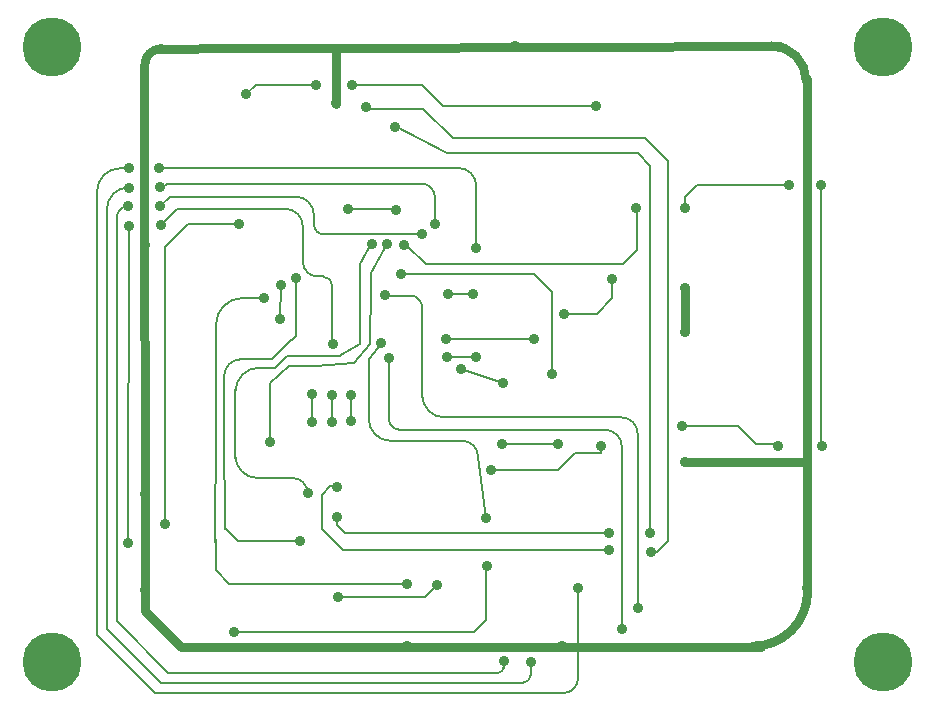
<source format=gbr>
G04 start of page 3 for group 1 idx 1 *
G04 Title: (unknown), ground *
G04 Creator: pcb 20140316 *
G04 CreationDate: Wed Jul  8 15:06:37 2015 UTC *
G04 For: frankenteddy *
G04 Format: Gerber/RS-274X *
G04 PCB-Dimensions (mil): 3270.00 2515.00 *
G04 PCB-Coordinate-Origin: lower left *
%MOIN*%
%FSLAX25Y25*%
%LNGROUP1*%
%ADD34C,0.1575*%
%ADD33C,0.0150*%
%ADD32C,0.1968*%
%ADD31C,0.0350*%
%ADD30C,0.0070*%
%ADD29C,0.0300*%
G54D29*X272700Y218800D02*Y46500D01*
G54D30*X277300Y183300D02*Y96600D01*
X277600Y96300D01*
G54D29*X115700Y210400D02*Y224500D01*
X120900Y228900D02*X263700Y229700D01*
G54D30*X202300Y209700D02*X151400D01*
X144400Y216700D01*
X121000D01*
X120900Y216600D01*
X152700Y193900D02*X216300D01*
X154600Y199000D02*X218900D01*
X216300Y193900D02*X220500Y189700D01*
X218900Y199000D02*X225400Y192500D01*
X226400Y191500D02*X224850Y193050D01*
X236200Y183200D02*X266700D01*
X266900Y183400D01*
X135500Y202900D02*X152700Y193900D01*
X125600Y208800D02*X144800D01*
X154600Y199000D01*
G54D29*X232000Y91000D02*X272700Y91100D01*
G54D30*X231000Y103000D02*X249700D01*
X255600Y97100D01*
X262800D01*
X262900Y97000D01*
X189600Y88200D02*X195400Y94000D01*
X204200D01*
Y96300D01*
X216400Y42500D02*X216300Y100400D01*
X211000Y96200D02*Y35500D01*
X220500Y67500D02*X220600Y67400D01*
X220300Y61100D02*X222700D01*
X226400Y64800D01*
X196400Y49200D02*Y18500D01*
X187600Y120300D02*Y147700D01*
X181700Y153600D01*
Y132100D02*X181800Y132200D01*
X206800Y61600D02*X207000Y61800D01*
X134000Y98100D02*X158100Y98000D01*
X189700Y97100D02*X171100D01*
X118100Y61600D02*X206800D01*
X116500Y45900D02*X145300D01*
X149500Y50100D01*
X165900Y57800D02*Y38500D01*
X161700Y34300D01*
X163000Y92800D02*X165900Y72200D01*
X167300Y88200D02*X189600D01*
X220500Y189700D02*Y67500D01*
X226400Y64800D02*Y191500D01*
X181700Y153600D02*X137500D01*
X138400Y163500D02*X139200D01*
X145600Y157100D01*
X187000D01*
X152400Y132100D02*X181700D01*
X186800Y157100D02*X211500D01*
X216100Y161700D01*
Y175200D01*
X215600Y175700D01*
X232200Y175600D02*Y179200D01*
X236200Y183200D01*
X191900Y140400D02*X202600D01*
X207900Y145700D01*
Y153400D01*
G54D29*X82000Y228900D02*X57300Y228700D01*
G54D30*X57500Y169900D02*Y170000D01*
X62900Y175400D01*
X57200Y176200D02*Y176400D01*
X60300Y179500D01*
X57000Y182700D02*X58200D01*
X59300Y183800D01*
X66300Y170300D02*X82800D01*
X123800Y130300D02*X116900Y126200D01*
X144500Y142700D02*Y112700D01*
X127048Y130252D02*X121600Y123908D01*
X131000Y130600D02*X126600Y125300D01*
X121500Y123900D02*X109000Y122900D01*
X117200Y126200D02*X107300D01*
Y126400D02*X107500Y126200D01*
X123800Y150000D02*Y151400D01*
X101200Y131900D02*X94500Y125200D01*
X114500Y129500D02*Y150200D01*
X102400Y133100D02*X101100Y131800D01*
X101900Y126400D02*X107300D01*
X102000D02*X99300D01*
X95400Y122500D01*
X105700Y122900D02*X109000D01*
X107800Y113800D02*Y104200D01*
X144200Y153600D02*X137800D01*
X111800Y152900D02*X109000D01*
X104700Y157400D02*Y169400D01*
X108400Y169600D02*Y173700D01*
X46800Y188900D02*X43600D01*
X144500Y183800D02*X59400D01*
X99500Y175400D02*X62800D01*
X103000Y179500D02*X60300D01*
G54D29*X82400Y228900D02*X121000D01*
X115700Y224000D02*Y228800D01*
X115600Y228900D01*
G54D30*X58700Y162700D02*X66300Y170300D01*
X109100Y216800D02*X89100D01*
X85900Y213600D01*
X152650Y125850D02*X162750D01*
X161500Y147100D02*X153000Y147000D01*
X132900Y146500D02*X140700D01*
X133400Y125800D02*Y109514D01*
Y105300D01*
X126600Y125300D02*Y105400D01*
X157000Y189000D02*X56500D01*
X127300Y149400D02*X127187Y130413D01*
X123800Y150200D02*X123863Y130337D01*
X97500Y150100D02*X97000Y138600D01*
X102400Y152200D02*Y133100D01*
X91600Y145700D02*X84100D01*
X94500Y125200D02*X83400D01*
X95400Y122500D02*X89300D01*
G54D29*X52000Y42500D02*Y41500D01*
G54D30*X59900Y20700D02*X42700Y37900D01*
Y42800D01*
X42800Y42900D01*
X39400Y35400D02*X57400Y17400D01*
X36100Y33300D02*X55400Y14000D01*
X36150Y181750D02*X36100Y34200D01*
X42700Y172600D02*X42800Y42200D01*
X46600Y169700D02*X46300Y64000D01*
X39400Y175400D02*Y37900D01*
Y38100D02*Y35400D01*
X36100Y34300D02*Y33300D01*
G54D29*X51900Y223000D02*X52100Y41700D01*
G54D30*X75700Y137300D02*Y102000D01*
X78500Y120300D02*Y101700D01*
X58700Y70400D02*Y162700D01*
G54D29*X52000Y41500D02*X64000Y29500D01*
G54D30*X78500Y101700D02*X78900Y68700D01*
X80200Y50400D02*X75600Y55000D01*
Y65100D01*
X75504Y65196D01*
X93900Y97800D02*Y99400D01*
X116100Y82900D02*X113900D01*
X111100Y80100D01*
Y68600D01*
X139200Y50400D02*X80200D01*
X111100Y68600D02*X118100Y61600D01*
X103700Y64600D02*X83138D01*
X78838Y68900D01*
X161700Y34300D02*X81700D01*
X81600Y34200D01*
G54D29*X257500Y29500D02*X64000D01*
G54D30*X236500Y30000D02*X236000Y29500D01*
X55400Y14000D02*X191800D01*
X57300Y17400D02*X178100D01*
X169800Y20700D02*X59900D01*
X171600Y24400D02*Y22400D01*
X180800Y24400D02*Y20200D01*
X180700Y20100D01*
G54D29*X232000Y149000D02*Y134500D01*
G54D30*X151200Y105900D02*X210900D01*
X157450Y121950D02*X171500Y117500D01*
X136600Y101800D02*X205200D01*
X206600Y67300D02*X118700D01*
X162500Y162200D02*Y183500D01*
X148700Y170500D02*Y179200D01*
X119600Y175500D02*X135400D01*
X135800Y175100D01*
X123800Y151300D02*Y157100D01*
X127600Y164400D01*
X127299Y149300D02*Y154099D01*
X132800Y163700D01*
X111600Y166900D02*X144400D01*
X82200Y115400D02*Y92500D01*
X75700Y102700D02*X75500Y64500D01*
X105600Y122900D02*X100000D01*
X120700Y113400D02*Y104700D01*
X114400Y113500D02*Y104300D01*
X114500Y104200D01*
X100000Y122900D02*X93800Y117200D01*
Y98200D01*
X93900Y98100D01*
X101000Y85700D02*X89000D01*
X118700Y67300D02*X116100Y69900D01*
Y72800D01*
X116200Y72900D01*
X84700Y145700D02*G75*G03X75700Y136700I0J-9000D01*G01*
X90300Y122500D02*G75*G03X82200Y114400I0J-8100D01*G01*
X83900Y125200D02*G75*G03X78500Y119800I0J-5400D01*G01*
X82200Y93000D02*G75*G03X89500Y85700I7300J0D01*G01*
X144500Y113200D02*G75*G03X151800Y105900I7300J0D01*G01*
X210900D02*G75*G02X216300Y100500I0J-5400D01*G01*
X171600Y22700D02*G75*G02X169600Y20700I-2000J0D01*G01*
X136900Y101800D02*G75*G02X133400Y105300I0J3500D01*G01*
X211000Y96100D02*G75*G03X205300Y101800I-5700J0D01*G01*
X157700Y98100D02*G75*G02X163100Y92700I0J-5400D01*G01*
G54D29*X272900Y47700D02*G75*G02X254800Y29600I-18100J0D01*G01*
G54D30*X196400Y18800D02*G75*G02X191600Y14000I-4800J0D01*G01*
X180700Y20200D02*G75*G02X177900Y17400I-2800J0D01*G01*
X106300Y80600D02*G75*G03X101200Y85700I-5100J0D01*G01*
X126600Y105400D02*G75*G03X133900Y98100I7300J0D01*G01*
X162500Y183000D02*G75*G03X156500Y189000I-6000J0D01*G01*
X144200Y183800D02*G75*G02X148700Y179300I0J-4500D01*G01*
X98800Y175400D02*G75*G02X104700Y169500I0J-5900D01*G01*
X102200Y179500D02*G75*G02X108400Y173300I0J-6200D01*G01*
G54D29*X261000Y229700D02*G75*G02X272400Y218300I0J-11400D01*G01*
G54D30*X43700Y188900D02*G75*G03X36100Y181300I0J-7600D01*G01*
X46500Y182500D02*G75*G03X39400Y175400I0J-7100D01*G01*
X46500Y176300D02*G75*G03X42700Y172500I0J-3800D01*G01*
G54D29*X57300Y228700D02*G75*G03X52000Y223400I0J-5300D01*G01*
G54D30*X109500Y152900D02*G75*G02X104700Y157700I0J4800D01*G01*
X114500Y149800D02*G75*G03X111500Y152800I-3000J0D01*G01*
X140400Y146500D02*G75*G02X144500Y142400I0J-4100D01*G01*
X111600Y166900D02*G75*G02X108400Y170100I0J3200D01*G01*
G54D31*X153000Y147000D03*
X162500Y162200D03*
X162450Y125850D03*
X152700Y126100D03*
X157500Y122000D03*
X152400Y132100D03*
G54D32*X298000Y24500D03*
G54D31*X272900Y48900D03*
X139300Y50400D03*
X149500Y50100D03*
X216400Y42500D03*
X196300Y49100D03*
X206900Y67300D03*
X220500D03*
X220800Y61100D03*
X206900Y61800D03*
X211000Y35400D03*
X191000Y29600D03*
X180800Y24400D03*
X171600Y24600D03*
X139300Y29700D03*
X165900Y72200D03*
X166000Y56400D03*
X161500Y147000D03*
X232000Y149000D03*
X207900Y152000D03*
X232000Y91000D03*
X189700Y97100D03*
X204100Y96300D03*
X231000Y103000D03*
X171000Y97100D03*
X167300Y88200D03*
X232000Y134500D03*
X171500Y117500D03*
X187600Y120300D03*
X181800Y131900D03*
X191900Y140400D03*
X263000Y96400D03*
X277600Y96300D03*
X57200Y176200D03*
X119600Y175500D03*
X215600Y175700D03*
X232200Y175600D03*
X277300Y183300D03*
X266900Y183400D03*
X175300Y229600D03*
G54D32*X298000Y229500D03*
G54D31*X202300Y209700D03*
X121100Y216800D03*
X109100D03*
X85900Y213600D03*
G54D32*X21000Y229500D03*
G54D31*X57300Y228700D03*
X115600Y210800D03*
X125900Y209200D03*
X52000Y163500D03*
X56600Y188900D03*
X46700D03*
X46600Y182500D03*
Y169700D03*
X57000Y182700D03*
X135500Y202800D03*
X46500Y176300D03*
X57500Y169900D03*
X148700Y170500D03*
X144500Y166900D03*
X138400Y163500D03*
X83300Y170300D03*
G54D32*X21000Y24500D03*
G54D31*X52000Y48500D03*
Y80500D03*
X46300Y64000D03*
X106300Y80600D03*
X116200Y72600D03*
X116100Y82800D03*
X116500Y45900D03*
X103700Y64600D03*
X81700Y34400D03*
X58700Y70400D03*
X97500Y150100D03*
X102400Y152200D03*
X91600Y145700D03*
X97000Y138600D03*
X135800Y175100D03*
X130900Y130600D03*
X132800Y163600D03*
X127800Y163700D03*
X132100Y146800D03*
X137500Y153600D03*
X114700Y130200D03*
X133400Y125800D03*
X93900Y97800D03*
X120700Y113400D03*
X120600Y104600D03*
X114400Y113400D03*
X114300Y104200D03*
X107800Y113800D03*
Y104200D03*
G54D33*G54D34*G54D33*G54D34*G54D33*G54D34*G54D33*G54D34*G54D33*M02*

</source>
